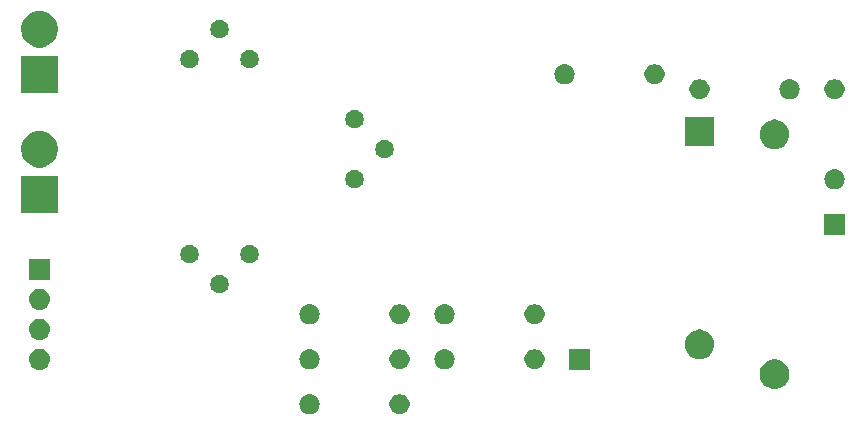
<source format=gbr>
G04 #@! TF.GenerationSoftware,KiCad,Pcbnew,(5.1.2)-2*
G04 #@! TF.CreationDate,2019-11-18T15:02:21-05:00*
G04 #@! TF.ProjectId,Lab_Sensing,4c61625f-5365-46e7-9369-6e672e6b6963,rev?*
G04 #@! TF.SameCoordinates,Original*
G04 #@! TF.FileFunction,Soldermask,Bot*
G04 #@! TF.FilePolarity,Negative*
%FSLAX46Y46*%
G04 Gerber Fmt 4.6, Leading zero omitted, Abs format (unit mm)*
G04 Created by KiCad (PCBNEW (5.1.2)-2) date 2019-11-18 15:02:21*
%MOMM*%
%LPD*%
G04 APERTURE LIST*
%ADD10C,0.100000*%
G04 APERTURE END LIST*
D10*
G36*
X119628228Y-143961703D02*
G01*
X119783100Y-144025853D01*
X119922481Y-144118985D01*
X120041015Y-144237519D01*
X120134147Y-144376900D01*
X120198297Y-144531772D01*
X120231000Y-144696184D01*
X120231000Y-144863816D01*
X120198297Y-145028228D01*
X120134147Y-145183100D01*
X120041015Y-145322481D01*
X119922481Y-145441015D01*
X119783100Y-145534147D01*
X119628228Y-145598297D01*
X119463816Y-145631000D01*
X119296184Y-145631000D01*
X119131772Y-145598297D01*
X118976900Y-145534147D01*
X118837519Y-145441015D01*
X118718985Y-145322481D01*
X118625853Y-145183100D01*
X118561703Y-145028228D01*
X118529000Y-144863816D01*
X118529000Y-144696184D01*
X118561703Y-144531772D01*
X118625853Y-144376900D01*
X118718985Y-144237519D01*
X118837519Y-144118985D01*
X118976900Y-144025853D01*
X119131772Y-143961703D01*
X119296184Y-143929000D01*
X119463816Y-143929000D01*
X119628228Y-143961703D01*
X119628228Y-143961703D01*
G37*
G36*
X111926823Y-143941313D02*
G01*
X112087242Y-143989976D01*
X112154361Y-144025852D01*
X112235078Y-144068996D01*
X112364659Y-144175341D01*
X112471004Y-144304922D01*
X112471005Y-144304924D01*
X112550024Y-144452758D01*
X112598687Y-144613177D01*
X112615117Y-144780000D01*
X112598687Y-144946823D01*
X112550024Y-145107242D01*
X112509477Y-145183100D01*
X112471004Y-145255078D01*
X112364659Y-145384659D01*
X112235078Y-145491004D01*
X112235076Y-145491005D01*
X112087242Y-145570024D01*
X111926823Y-145618687D01*
X111801804Y-145631000D01*
X111718196Y-145631000D01*
X111593177Y-145618687D01*
X111432758Y-145570024D01*
X111284924Y-145491005D01*
X111284922Y-145491004D01*
X111155341Y-145384659D01*
X111048996Y-145255078D01*
X111010523Y-145183100D01*
X110969976Y-145107242D01*
X110921313Y-144946823D01*
X110904883Y-144780000D01*
X110921313Y-144613177D01*
X110969976Y-144452758D01*
X111048995Y-144304924D01*
X111048996Y-144304922D01*
X111155341Y-144175341D01*
X111284922Y-144068996D01*
X111365639Y-144025852D01*
X111432758Y-143989976D01*
X111593177Y-143941313D01*
X111718196Y-143929000D01*
X111801804Y-143929000D01*
X111926823Y-143941313D01*
X111926823Y-143941313D01*
G37*
G36*
X151494903Y-141037075D02*
G01*
X151722571Y-141131378D01*
X151927466Y-141268285D01*
X152101715Y-141442534D01*
X152238622Y-141647429D01*
X152332925Y-141875097D01*
X152381000Y-142116787D01*
X152381000Y-142363213D01*
X152332925Y-142604903D01*
X152238622Y-142832571D01*
X152101715Y-143037466D01*
X151927466Y-143211715D01*
X151722571Y-143348622D01*
X151722570Y-143348623D01*
X151722569Y-143348623D01*
X151494903Y-143442925D01*
X151253214Y-143491000D01*
X151006786Y-143491000D01*
X150765097Y-143442925D01*
X150537431Y-143348623D01*
X150537430Y-143348623D01*
X150537429Y-143348622D01*
X150332534Y-143211715D01*
X150158285Y-143037466D01*
X150021378Y-142832571D01*
X149927075Y-142604903D01*
X149879000Y-142363213D01*
X149879000Y-142116787D01*
X149927075Y-141875097D01*
X150021378Y-141647429D01*
X150158285Y-141442534D01*
X150332534Y-141268285D01*
X150537429Y-141131378D01*
X150765097Y-141037075D01*
X151006786Y-140989000D01*
X151253214Y-140989000D01*
X151494903Y-141037075D01*
X151494903Y-141037075D01*
G37*
G36*
X89010443Y-140075519D02*
G01*
X89076627Y-140082037D01*
X89246466Y-140133557D01*
X89402991Y-140217222D01*
X89438729Y-140246552D01*
X89540186Y-140329814D01*
X89620369Y-140427519D01*
X89652778Y-140467009D01*
X89736443Y-140623534D01*
X89787963Y-140793373D01*
X89805359Y-140970000D01*
X89787963Y-141146627D01*
X89736443Y-141316466D01*
X89652778Y-141472991D01*
X89623448Y-141508729D01*
X89540186Y-141610186D01*
X89438729Y-141693448D01*
X89402991Y-141722778D01*
X89246466Y-141806443D01*
X89076627Y-141857963D01*
X89010443Y-141864481D01*
X88944260Y-141871000D01*
X88855740Y-141871000D01*
X88789557Y-141864481D01*
X88723373Y-141857963D01*
X88553534Y-141806443D01*
X88397009Y-141722778D01*
X88361271Y-141693448D01*
X88259814Y-141610186D01*
X88176552Y-141508729D01*
X88147222Y-141472991D01*
X88063557Y-141316466D01*
X88012037Y-141146627D01*
X87994641Y-140970000D01*
X88012037Y-140793373D01*
X88063557Y-140623534D01*
X88147222Y-140467009D01*
X88179631Y-140427519D01*
X88259814Y-140329814D01*
X88361271Y-140246552D01*
X88397009Y-140217222D01*
X88553534Y-140133557D01*
X88723373Y-140082037D01*
X88789557Y-140075519D01*
X88855740Y-140069000D01*
X88944260Y-140069000D01*
X89010443Y-140075519D01*
X89010443Y-140075519D01*
G37*
G36*
X135521000Y-141871000D02*
G01*
X133719000Y-141871000D01*
X133719000Y-140069000D01*
X135521000Y-140069000D01*
X135521000Y-141871000D01*
X135521000Y-141871000D01*
G37*
G36*
X123356823Y-140131313D02*
G01*
X123517242Y-140179976D01*
X123584361Y-140215852D01*
X123665078Y-140258996D01*
X123794659Y-140365341D01*
X123901004Y-140494922D01*
X123901005Y-140494924D01*
X123980024Y-140642758D01*
X124028687Y-140803177D01*
X124045117Y-140970000D01*
X124028687Y-141136823D01*
X123980024Y-141297242D01*
X123939477Y-141373100D01*
X123901004Y-141445078D01*
X123794659Y-141574659D01*
X123665078Y-141681004D01*
X123665076Y-141681005D01*
X123517242Y-141760024D01*
X123356823Y-141808687D01*
X123231804Y-141821000D01*
X123148196Y-141821000D01*
X123023177Y-141808687D01*
X122862758Y-141760024D01*
X122714924Y-141681005D01*
X122714922Y-141681004D01*
X122585341Y-141574659D01*
X122478996Y-141445078D01*
X122440523Y-141373100D01*
X122399976Y-141297242D01*
X122351313Y-141136823D01*
X122334883Y-140970000D01*
X122351313Y-140803177D01*
X122399976Y-140642758D01*
X122478995Y-140494924D01*
X122478996Y-140494922D01*
X122585341Y-140365341D01*
X122714922Y-140258996D01*
X122795639Y-140215852D01*
X122862758Y-140179976D01*
X123023177Y-140131313D01*
X123148196Y-140119000D01*
X123231804Y-140119000D01*
X123356823Y-140131313D01*
X123356823Y-140131313D01*
G37*
G36*
X131058228Y-140151703D02*
G01*
X131213100Y-140215853D01*
X131352481Y-140308985D01*
X131471015Y-140427519D01*
X131564147Y-140566900D01*
X131628297Y-140721772D01*
X131661000Y-140886184D01*
X131661000Y-141053816D01*
X131628297Y-141218228D01*
X131564147Y-141373100D01*
X131471015Y-141512481D01*
X131352481Y-141631015D01*
X131213100Y-141724147D01*
X131058228Y-141788297D01*
X130893816Y-141821000D01*
X130726184Y-141821000D01*
X130561772Y-141788297D01*
X130406900Y-141724147D01*
X130267519Y-141631015D01*
X130148985Y-141512481D01*
X130055853Y-141373100D01*
X129991703Y-141218228D01*
X129959000Y-141053816D01*
X129959000Y-140886184D01*
X129991703Y-140721772D01*
X130055853Y-140566900D01*
X130148985Y-140427519D01*
X130267519Y-140308985D01*
X130406900Y-140215853D01*
X130561772Y-140151703D01*
X130726184Y-140119000D01*
X130893816Y-140119000D01*
X131058228Y-140151703D01*
X131058228Y-140151703D01*
G37*
G36*
X119628228Y-140151703D02*
G01*
X119783100Y-140215853D01*
X119922481Y-140308985D01*
X120041015Y-140427519D01*
X120134147Y-140566900D01*
X120198297Y-140721772D01*
X120231000Y-140886184D01*
X120231000Y-141053816D01*
X120198297Y-141218228D01*
X120134147Y-141373100D01*
X120041015Y-141512481D01*
X119922481Y-141631015D01*
X119783100Y-141724147D01*
X119628228Y-141788297D01*
X119463816Y-141821000D01*
X119296184Y-141821000D01*
X119131772Y-141788297D01*
X118976900Y-141724147D01*
X118837519Y-141631015D01*
X118718985Y-141512481D01*
X118625853Y-141373100D01*
X118561703Y-141218228D01*
X118529000Y-141053816D01*
X118529000Y-140886184D01*
X118561703Y-140721772D01*
X118625853Y-140566900D01*
X118718985Y-140427519D01*
X118837519Y-140308985D01*
X118976900Y-140215853D01*
X119131772Y-140151703D01*
X119296184Y-140119000D01*
X119463816Y-140119000D01*
X119628228Y-140151703D01*
X119628228Y-140151703D01*
G37*
G36*
X111926823Y-140131313D02*
G01*
X112087242Y-140179976D01*
X112154361Y-140215852D01*
X112235078Y-140258996D01*
X112364659Y-140365341D01*
X112471004Y-140494922D01*
X112471005Y-140494924D01*
X112550024Y-140642758D01*
X112598687Y-140803177D01*
X112615117Y-140970000D01*
X112598687Y-141136823D01*
X112550024Y-141297242D01*
X112509477Y-141373100D01*
X112471004Y-141445078D01*
X112364659Y-141574659D01*
X112235078Y-141681004D01*
X112235076Y-141681005D01*
X112087242Y-141760024D01*
X111926823Y-141808687D01*
X111801804Y-141821000D01*
X111718196Y-141821000D01*
X111593177Y-141808687D01*
X111432758Y-141760024D01*
X111284924Y-141681005D01*
X111284922Y-141681004D01*
X111155341Y-141574659D01*
X111048996Y-141445078D01*
X111010523Y-141373100D01*
X110969976Y-141297242D01*
X110921313Y-141136823D01*
X110904883Y-140970000D01*
X110921313Y-140803177D01*
X110969976Y-140642758D01*
X111048995Y-140494924D01*
X111048996Y-140494922D01*
X111155341Y-140365341D01*
X111284922Y-140258996D01*
X111365639Y-140215852D01*
X111432758Y-140179976D01*
X111593177Y-140131313D01*
X111718196Y-140119000D01*
X111801804Y-140119000D01*
X111926823Y-140131313D01*
X111926823Y-140131313D01*
G37*
G36*
X145025239Y-138467101D02*
G01*
X145261053Y-138538634D01*
X145478381Y-138654799D01*
X145668871Y-138811129D01*
X145825201Y-139001619D01*
X145941366Y-139218947D01*
X146012899Y-139454761D01*
X146037053Y-139700000D01*
X146012899Y-139945239D01*
X145941366Y-140181053D01*
X145825201Y-140398381D01*
X145668871Y-140588871D01*
X145478381Y-140745201D01*
X145261053Y-140861366D01*
X145025239Y-140932899D01*
X144841457Y-140951000D01*
X144718543Y-140951000D01*
X144534761Y-140932899D01*
X144298947Y-140861366D01*
X144081619Y-140745201D01*
X143891129Y-140588871D01*
X143734799Y-140398381D01*
X143618634Y-140181053D01*
X143547101Y-139945239D01*
X143522947Y-139700000D01*
X143547101Y-139454761D01*
X143618634Y-139218947D01*
X143734799Y-139001619D01*
X143891129Y-138811129D01*
X144081619Y-138654799D01*
X144298947Y-138538634D01*
X144534761Y-138467101D01*
X144718543Y-138449000D01*
X144841457Y-138449000D01*
X145025239Y-138467101D01*
X145025239Y-138467101D01*
G37*
G36*
X89010443Y-137535519D02*
G01*
X89076627Y-137542037D01*
X89246466Y-137593557D01*
X89402991Y-137677222D01*
X89433768Y-137702480D01*
X89540186Y-137789814D01*
X89623448Y-137891271D01*
X89652778Y-137927009D01*
X89736443Y-138083534D01*
X89787963Y-138253373D01*
X89805359Y-138430000D01*
X89787963Y-138606627D01*
X89736443Y-138776466D01*
X89652778Y-138932991D01*
X89623448Y-138968729D01*
X89540186Y-139070186D01*
X89438729Y-139153448D01*
X89402991Y-139182778D01*
X89246466Y-139266443D01*
X89076627Y-139317963D01*
X89010443Y-139324481D01*
X88944260Y-139331000D01*
X88855740Y-139331000D01*
X88789557Y-139324481D01*
X88723373Y-139317963D01*
X88553534Y-139266443D01*
X88397009Y-139182778D01*
X88361271Y-139153448D01*
X88259814Y-139070186D01*
X88176552Y-138968729D01*
X88147222Y-138932991D01*
X88063557Y-138776466D01*
X88012037Y-138606627D01*
X87994641Y-138430000D01*
X88012037Y-138253373D01*
X88063557Y-138083534D01*
X88147222Y-137927009D01*
X88176552Y-137891271D01*
X88259814Y-137789814D01*
X88366232Y-137702480D01*
X88397009Y-137677222D01*
X88553534Y-137593557D01*
X88723373Y-137542037D01*
X88789557Y-137535519D01*
X88855740Y-137529000D01*
X88944260Y-137529000D01*
X89010443Y-137535519D01*
X89010443Y-137535519D01*
G37*
G36*
X131058228Y-136341703D02*
G01*
X131213100Y-136405853D01*
X131352481Y-136498985D01*
X131471015Y-136617519D01*
X131564147Y-136756900D01*
X131628297Y-136911772D01*
X131661000Y-137076184D01*
X131661000Y-137243816D01*
X131628297Y-137408228D01*
X131564147Y-137563100D01*
X131471015Y-137702481D01*
X131352481Y-137821015D01*
X131213100Y-137914147D01*
X131058228Y-137978297D01*
X130893816Y-138011000D01*
X130726184Y-138011000D01*
X130561772Y-137978297D01*
X130406900Y-137914147D01*
X130267519Y-137821015D01*
X130148985Y-137702481D01*
X130055853Y-137563100D01*
X129991703Y-137408228D01*
X129959000Y-137243816D01*
X129959000Y-137076184D01*
X129991703Y-136911772D01*
X130055853Y-136756900D01*
X130148985Y-136617519D01*
X130267519Y-136498985D01*
X130406900Y-136405853D01*
X130561772Y-136341703D01*
X130726184Y-136309000D01*
X130893816Y-136309000D01*
X131058228Y-136341703D01*
X131058228Y-136341703D01*
G37*
G36*
X123356823Y-136321313D02*
G01*
X123517242Y-136369976D01*
X123584361Y-136405852D01*
X123665078Y-136448996D01*
X123794659Y-136555341D01*
X123901004Y-136684922D01*
X123901005Y-136684924D01*
X123980024Y-136832758D01*
X124028687Y-136993177D01*
X124045117Y-137160000D01*
X124028687Y-137326823D01*
X123980024Y-137487242D01*
X123939477Y-137563100D01*
X123901004Y-137635078D01*
X123794659Y-137764659D01*
X123665078Y-137871004D01*
X123665076Y-137871005D01*
X123517242Y-137950024D01*
X123356823Y-137998687D01*
X123231804Y-138011000D01*
X123148196Y-138011000D01*
X123023177Y-137998687D01*
X122862758Y-137950024D01*
X122714924Y-137871005D01*
X122714922Y-137871004D01*
X122585341Y-137764659D01*
X122478996Y-137635078D01*
X122440523Y-137563100D01*
X122399976Y-137487242D01*
X122351313Y-137326823D01*
X122334883Y-137160000D01*
X122351313Y-136993177D01*
X122399976Y-136832758D01*
X122478995Y-136684924D01*
X122478996Y-136684922D01*
X122585341Y-136555341D01*
X122714922Y-136448996D01*
X122795639Y-136405852D01*
X122862758Y-136369976D01*
X123023177Y-136321313D01*
X123148196Y-136309000D01*
X123231804Y-136309000D01*
X123356823Y-136321313D01*
X123356823Y-136321313D01*
G37*
G36*
X119628228Y-136341703D02*
G01*
X119783100Y-136405853D01*
X119922481Y-136498985D01*
X120041015Y-136617519D01*
X120134147Y-136756900D01*
X120198297Y-136911772D01*
X120231000Y-137076184D01*
X120231000Y-137243816D01*
X120198297Y-137408228D01*
X120134147Y-137563100D01*
X120041015Y-137702481D01*
X119922481Y-137821015D01*
X119783100Y-137914147D01*
X119628228Y-137978297D01*
X119463816Y-138011000D01*
X119296184Y-138011000D01*
X119131772Y-137978297D01*
X118976900Y-137914147D01*
X118837519Y-137821015D01*
X118718985Y-137702481D01*
X118625853Y-137563100D01*
X118561703Y-137408228D01*
X118529000Y-137243816D01*
X118529000Y-137076184D01*
X118561703Y-136911772D01*
X118625853Y-136756900D01*
X118718985Y-136617519D01*
X118837519Y-136498985D01*
X118976900Y-136405853D01*
X119131772Y-136341703D01*
X119296184Y-136309000D01*
X119463816Y-136309000D01*
X119628228Y-136341703D01*
X119628228Y-136341703D01*
G37*
G36*
X111926823Y-136321313D02*
G01*
X112087242Y-136369976D01*
X112154361Y-136405852D01*
X112235078Y-136448996D01*
X112364659Y-136555341D01*
X112471004Y-136684922D01*
X112471005Y-136684924D01*
X112550024Y-136832758D01*
X112598687Y-136993177D01*
X112615117Y-137160000D01*
X112598687Y-137326823D01*
X112550024Y-137487242D01*
X112509477Y-137563100D01*
X112471004Y-137635078D01*
X112364659Y-137764659D01*
X112235078Y-137871004D01*
X112235076Y-137871005D01*
X112087242Y-137950024D01*
X111926823Y-137998687D01*
X111801804Y-138011000D01*
X111718196Y-138011000D01*
X111593177Y-137998687D01*
X111432758Y-137950024D01*
X111284924Y-137871005D01*
X111284922Y-137871004D01*
X111155341Y-137764659D01*
X111048996Y-137635078D01*
X111010523Y-137563100D01*
X110969976Y-137487242D01*
X110921313Y-137326823D01*
X110904883Y-137160000D01*
X110921313Y-136993177D01*
X110969976Y-136832758D01*
X111048995Y-136684924D01*
X111048996Y-136684922D01*
X111155341Y-136555341D01*
X111284922Y-136448996D01*
X111365639Y-136405852D01*
X111432758Y-136369976D01*
X111593177Y-136321313D01*
X111718196Y-136309000D01*
X111801804Y-136309000D01*
X111926823Y-136321313D01*
X111926823Y-136321313D01*
G37*
G36*
X89010442Y-134995518D02*
G01*
X89076627Y-135002037D01*
X89246466Y-135053557D01*
X89402991Y-135137222D01*
X89438729Y-135166552D01*
X89540186Y-135249814D01*
X89623448Y-135351271D01*
X89652778Y-135387009D01*
X89736443Y-135543534D01*
X89787963Y-135713373D01*
X89805359Y-135890000D01*
X89787963Y-136066627D01*
X89736443Y-136236466D01*
X89652778Y-136392991D01*
X89642223Y-136405852D01*
X89540186Y-136530186D01*
X89438729Y-136613448D01*
X89402991Y-136642778D01*
X89246466Y-136726443D01*
X89076627Y-136777963D01*
X89010442Y-136784482D01*
X88944260Y-136791000D01*
X88855740Y-136791000D01*
X88789558Y-136784482D01*
X88723373Y-136777963D01*
X88553534Y-136726443D01*
X88397009Y-136642778D01*
X88361271Y-136613448D01*
X88259814Y-136530186D01*
X88157777Y-136405852D01*
X88147222Y-136392991D01*
X88063557Y-136236466D01*
X88012037Y-136066627D01*
X87994641Y-135890000D01*
X88012037Y-135713373D01*
X88063557Y-135543534D01*
X88147222Y-135387009D01*
X88176552Y-135351271D01*
X88259814Y-135249814D01*
X88361271Y-135166552D01*
X88397009Y-135137222D01*
X88553534Y-135053557D01*
X88723373Y-135002037D01*
X88789558Y-134995518D01*
X88855740Y-134989000D01*
X88944260Y-134989000D01*
X89010442Y-134995518D01*
X89010442Y-134995518D01*
G37*
G36*
X104265589Y-133858876D02*
G01*
X104364893Y-133878629D01*
X104505206Y-133936748D01*
X104631484Y-134021125D01*
X104738875Y-134128516D01*
X104823252Y-134254794D01*
X104881371Y-134395107D01*
X104911000Y-134544063D01*
X104911000Y-134695937D01*
X104881371Y-134844893D01*
X104823252Y-134985206D01*
X104738875Y-135111484D01*
X104631484Y-135218875D01*
X104505206Y-135303252D01*
X104364893Y-135361371D01*
X104265589Y-135381124D01*
X104215938Y-135391000D01*
X104064062Y-135391000D01*
X104014411Y-135381124D01*
X103915107Y-135361371D01*
X103774794Y-135303252D01*
X103648516Y-135218875D01*
X103541125Y-135111484D01*
X103456748Y-134985206D01*
X103398629Y-134844893D01*
X103369000Y-134695937D01*
X103369000Y-134544063D01*
X103398629Y-134395107D01*
X103456748Y-134254794D01*
X103541125Y-134128516D01*
X103648516Y-134021125D01*
X103774794Y-133936748D01*
X103915107Y-133878629D01*
X104014411Y-133858876D01*
X104064062Y-133849000D01*
X104215938Y-133849000D01*
X104265589Y-133858876D01*
X104265589Y-133858876D01*
G37*
G36*
X89801000Y-134251000D02*
G01*
X87999000Y-134251000D01*
X87999000Y-132449000D01*
X89801000Y-132449000D01*
X89801000Y-134251000D01*
X89801000Y-134251000D01*
G37*
G36*
X106805589Y-131318876D02*
G01*
X106904893Y-131338629D01*
X107045206Y-131396748D01*
X107171484Y-131481125D01*
X107278875Y-131588516D01*
X107363252Y-131714794D01*
X107421371Y-131855107D01*
X107451000Y-132004063D01*
X107451000Y-132155937D01*
X107421371Y-132304893D01*
X107363252Y-132445206D01*
X107278875Y-132571484D01*
X107171484Y-132678875D01*
X107045206Y-132763252D01*
X106904893Y-132821371D01*
X106805589Y-132841124D01*
X106755938Y-132851000D01*
X106604062Y-132851000D01*
X106554411Y-132841124D01*
X106455107Y-132821371D01*
X106314794Y-132763252D01*
X106188516Y-132678875D01*
X106081125Y-132571484D01*
X105996748Y-132445206D01*
X105938629Y-132304893D01*
X105909000Y-132155937D01*
X105909000Y-132004063D01*
X105938629Y-131855107D01*
X105996748Y-131714794D01*
X106081125Y-131588516D01*
X106188516Y-131481125D01*
X106314794Y-131396748D01*
X106455107Y-131338629D01*
X106554411Y-131318876D01*
X106604062Y-131309000D01*
X106755938Y-131309000D01*
X106805589Y-131318876D01*
X106805589Y-131318876D01*
G37*
G36*
X101725589Y-131318876D02*
G01*
X101824893Y-131338629D01*
X101965206Y-131396748D01*
X102091484Y-131481125D01*
X102198875Y-131588516D01*
X102283252Y-131714794D01*
X102341371Y-131855107D01*
X102371000Y-132004063D01*
X102371000Y-132155937D01*
X102341371Y-132304893D01*
X102283252Y-132445206D01*
X102198875Y-132571484D01*
X102091484Y-132678875D01*
X101965206Y-132763252D01*
X101824893Y-132821371D01*
X101725589Y-132841124D01*
X101675938Y-132851000D01*
X101524062Y-132851000D01*
X101474411Y-132841124D01*
X101375107Y-132821371D01*
X101234794Y-132763252D01*
X101108516Y-132678875D01*
X101001125Y-132571484D01*
X100916748Y-132445206D01*
X100858629Y-132304893D01*
X100829000Y-132155937D01*
X100829000Y-132004063D01*
X100858629Y-131855107D01*
X100916748Y-131714794D01*
X101001125Y-131588516D01*
X101108516Y-131481125D01*
X101234794Y-131396748D01*
X101375107Y-131338629D01*
X101474411Y-131318876D01*
X101524062Y-131309000D01*
X101675938Y-131309000D01*
X101725589Y-131318876D01*
X101725589Y-131318876D01*
G37*
G36*
X157111000Y-130441000D02*
G01*
X155309000Y-130441000D01*
X155309000Y-128639000D01*
X157111000Y-128639000D01*
X157111000Y-130441000D01*
X157111000Y-130441000D01*
G37*
G36*
X90450870Y-128550870D02*
G01*
X87349130Y-128550870D01*
X87349130Y-125449130D01*
X90450870Y-125449130D01*
X90450870Y-128550870D01*
X90450870Y-128550870D01*
G37*
G36*
X156376823Y-124891313D02*
G01*
X156537242Y-124939976D01*
X156572833Y-124959000D01*
X156685078Y-125018996D01*
X156814659Y-125125341D01*
X156921004Y-125254922D01*
X156921005Y-125254924D01*
X157000024Y-125402758D01*
X157048687Y-125563177D01*
X157065117Y-125730000D01*
X157048687Y-125896823D01*
X157000024Y-126057242D01*
X156929114Y-126189906D01*
X156921004Y-126205078D01*
X156814659Y-126334659D01*
X156685078Y-126441004D01*
X156685076Y-126441005D01*
X156537242Y-126520024D01*
X156376823Y-126568687D01*
X156251804Y-126581000D01*
X156168196Y-126581000D01*
X156043177Y-126568687D01*
X155882758Y-126520024D01*
X155734924Y-126441005D01*
X155734922Y-126441004D01*
X155605341Y-126334659D01*
X155498996Y-126205078D01*
X155490886Y-126189906D01*
X155419976Y-126057242D01*
X155371313Y-125896823D01*
X155354883Y-125730000D01*
X155371313Y-125563177D01*
X155419976Y-125402758D01*
X155498995Y-125254924D01*
X155498996Y-125254922D01*
X155605341Y-125125341D01*
X155734922Y-125018996D01*
X155847167Y-124959000D01*
X155882758Y-124939976D01*
X156043177Y-124891313D01*
X156168196Y-124879000D01*
X156251804Y-124879000D01*
X156376823Y-124891313D01*
X156376823Y-124891313D01*
G37*
G36*
X115695589Y-124968876D02*
G01*
X115794893Y-124988629D01*
X115935206Y-125046748D01*
X116061484Y-125131125D01*
X116168875Y-125238516D01*
X116253252Y-125364794D01*
X116311371Y-125505107D01*
X116341000Y-125654063D01*
X116341000Y-125805937D01*
X116311371Y-125954893D01*
X116253252Y-126095206D01*
X116168875Y-126221484D01*
X116061484Y-126328875D01*
X115935206Y-126413252D01*
X115794893Y-126471371D01*
X115695589Y-126491124D01*
X115645938Y-126501000D01*
X115494062Y-126501000D01*
X115444411Y-126491124D01*
X115345107Y-126471371D01*
X115204794Y-126413252D01*
X115078516Y-126328875D01*
X114971125Y-126221484D01*
X114886748Y-126095206D01*
X114828629Y-125954893D01*
X114799000Y-125805937D01*
X114799000Y-125654063D01*
X114828629Y-125505107D01*
X114886748Y-125364794D01*
X114971125Y-125238516D01*
X115078516Y-125131125D01*
X115204794Y-125046748D01*
X115345107Y-124988629D01*
X115444411Y-124968876D01*
X115494062Y-124959000D01*
X115645938Y-124959000D01*
X115695589Y-124968876D01*
X115695589Y-124968876D01*
G37*
G36*
X89231887Y-121674763D02*
G01*
X89352372Y-121698729D01*
X89469279Y-121747154D01*
X89634611Y-121815636D01*
X89888621Y-121985360D01*
X90104640Y-122201379D01*
X90274364Y-122455389D01*
X90295637Y-122506748D01*
X90375071Y-122698517D01*
X90391271Y-122737629D01*
X90450870Y-123037251D01*
X90450870Y-123342749D01*
X90411137Y-123542497D01*
X90391271Y-123642372D01*
X90375070Y-123681484D01*
X90274364Y-123924611D01*
X90104640Y-124178621D01*
X89888621Y-124394640D01*
X89634611Y-124564364D01*
X89469279Y-124632846D01*
X89352372Y-124681271D01*
X89252497Y-124701137D01*
X89052749Y-124740870D01*
X88747251Y-124740870D01*
X88547503Y-124701137D01*
X88447628Y-124681271D01*
X88330721Y-124632846D01*
X88165389Y-124564364D01*
X87911379Y-124394640D01*
X87695360Y-124178621D01*
X87525636Y-123924611D01*
X87424930Y-123681484D01*
X87408729Y-123642372D01*
X87388863Y-123542497D01*
X87349130Y-123342749D01*
X87349130Y-123037251D01*
X87408729Y-122737629D01*
X87424930Y-122698517D01*
X87504363Y-122506748D01*
X87525636Y-122455389D01*
X87695360Y-122201379D01*
X87911379Y-121985360D01*
X88165389Y-121815636D01*
X88330721Y-121747154D01*
X88447628Y-121698729D01*
X88568113Y-121674763D01*
X88747251Y-121639130D01*
X89052749Y-121639130D01*
X89231887Y-121674763D01*
X89231887Y-121674763D01*
G37*
G36*
X118235589Y-122428876D02*
G01*
X118334893Y-122448629D01*
X118475206Y-122506748D01*
X118601484Y-122591125D01*
X118708875Y-122698516D01*
X118793252Y-122824794D01*
X118851371Y-122965107D01*
X118881000Y-123114063D01*
X118881000Y-123265937D01*
X118851371Y-123414893D01*
X118793252Y-123555206D01*
X118708875Y-123681484D01*
X118601484Y-123788875D01*
X118475206Y-123873252D01*
X118334893Y-123931371D01*
X118235589Y-123951124D01*
X118185938Y-123961000D01*
X118034062Y-123961000D01*
X117984411Y-123951124D01*
X117885107Y-123931371D01*
X117744794Y-123873252D01*
X117618516Y-123788875D01*
X117511125Y-123681484D01*
X117426748Y-123555206D01*
X117368629Y-123414893D01*
X117339000Y-123265937D01*
X117339000Y-123114063D01*
X117368629Y-122965107D01*
X117426748Y-122824794D01*
X117511125Y-122698516D01*
X117618516Y-122591125D01*
X117744794Y-122506748D01*
X117885107Y-122448629D01*
X117984411Y-122428876D01*
X118034062Y-122419000D01*
X118185938Y-122419000D01*
X118235589Y-122428876D01*
X118235589Y-122428876D01*
G37*
G36*
X151375239Y-120687101D02*
G01*
X151611053Y-120758634D01*
X151828381Y-120874799D01*
X152018871Y-121031129D01*
X152175201Y-121221619D01*
X152291366Y-121438947D01*
X152362899Y-121674761D01*
X152387053Y-121920000D01*
X152362899Y-122165239D01*
X152291366Y-122401053D01*
X152175201Y-122618381D01*
X152018871Y-122808871D01*
X151828381Y-122965201D01*
X151611053Y-123081366D01*
X151375239Y-123152899D01*
X151191457Y-123171000D01*
X151068543Y-123171000D01*
X150884761Y-123152899D01*
X150648947Y-123081366D01*
X150431619Y-122965201D01*
X150241129Y-122808871D01*
X150084799Y-122618381D01*
X149968634Y-122401053D01*
X149897101Y-122165239D01*
X149872947Y-121920000D01*
X149897101Y-121674761D01*
X149968634Y-121438947D01*
X150084799Y-121221619D01*
X150241129Y-121031129D01*
X150431619Y-120874799D01*
X150648947Y-120758634D01*
X150884761Y-120687101D01*
X151068543Y-120669000D01*
X151191457Y-120669000D01*
X151375239Y-120687101D01*
X151375239Y-120687101D01*
G37*
G36*
X146031000Y-122951000D02*
G01*
X143529000Y-122951000D01*
X143529000Y-120449000D01*
X146031000Y-120449000D01*
X146031000Y-122951000D01*
X146031000Y-122951000D01*
G37*
G36*
X115695589Y-119888876D02*
G01*
X115794893Y-119908629D01*
X115935206Y-119966748D01*
X116061484Y-120051125D01*
X116168875Y-120158516D01*
X116253252Y-120284794D01*
X116311371Y-120425107D01*
X116341000Y-120574063D01*
X116341000Y-120725937D01*
X116311371Y-120874893D01*
X116253252Y-121015206D01*
X116168875Y-121141484D01*
X116061484Y-121248875D01*
X115935206Y-121333252D01*
X115794893Y-121391371D01*
X115695589Y-121411124D01*
X115645938Y-121421000D01*
X115494062Y-121421000D01*
X115444411Y-121411124D01*
X115345107Y-121391371D01*
X115204794Y-121333252D01*
X115078516Y-121248875D01*
X114971125Y-121141484D01*
X114886748Y-121015206D01*
X114828629Y-120874893D01*
X114799000Y-120725937D01*
X114799000Y-120574063D01*
X114828629Y-120425107D01*
X114886748Y-120284794D01*
X114971125Y-120158516D01*
X115078516Y-120051125D01*
X115204794Y-119966748D01*
X115345107Y-119908629D01*
X115444411Y-119888876D01*
X115494062Y-119879000D01*
X115645938Y-119879000D01*
X115695589Y-119888876D01*
X115695589Y-119888876D01*
G37*
G36*
X156458228Y-117291703D02*
G01*
X156613100Y-117355853D01*
X156752481Y-117448985D01*
X156871015Y-117567519D01*
X156964147Y-117706900D01*
X157028297Y-117861772D01*
X157061000Y-118026184D01*
X157061000Y-118193816D01*
X157028297Y-118358228D01*
X156964147Y-118513100D01*
X156871015Y-118652481D01*
X156752481Y-118771015D01*
X156613100Y-118864147D01*
X156458228Y-118928297D01*
X156293816Y-118961000D01*
X156126184Y-118961000D01*
X155961772Y-118928297D01*
X155806900Y-118864147D01*
X155667519Y-118771015D01*
X155548985Y-118652481D01*
X155455853Y-118513100D01*
X155391703Y-118358228D01*
X155359000Y-118193816D01*
X155359000Y-118026184D01*
X155391703Y-117861772D01*
X155455853Y-117706900D01*
X155548985Y-117567519D01*
X155667519Y-117448985D01*
X155806900Y-117355853D01*
X155961772Y-117291703D01*
X156126184Y-117259000D01*
X156293816Y-117259000D01*
X156458228Y-117291703D01*
X156458228Y-117291703D01*
G37*
G36*
X145028228Y-117291703D02*
G01*
X145183100Y-117355853D01*
X145322481Y-117448985D01*
X145441015Y-117567519D01*
X145534147Y-117706900D01*
X145598297Y-117861772D01*
X145631000Y-118026184D01*
X145631000Y-118193816D01*
X145598297Y-118358228D01*
X145534147Y-118513100D01*
X145441015Y-118652481D01*
X145322481Y-118771015D01*
X145183100Y-118864147D01*
X145028228Y-118928297D01*
X144863816Y-118961000D01*
X144696184Y-118961000D01*
X144531772Y-118928297D01*
X144376900Y-118864147D01*
X144237519Y-118771015D01*
X144118985Y-118652481D01*
X144025853Y-118513100D01*
X143961703Y-118358228D01*
X143929000Y-118193816D01*
X143929000Y-118026184D01*
X143961703Y-117861772D01*
X144025853Y-117706900D01*
X144118985Y-117567519D01*
X144237519Y-117448985D01*
X144376900Y-117355853D01*
X144531772Y-117291703D01*
X144696184Y-117259000D01*
X144863816Y-117259000D01*
X145028228Y-117291703D01*
X145028228Y-117291703D01*
G37*
G36*
X152566823Y-117271313D02*
G01*
X152727242Y-117319976D01*
X152859906Y-117390886D01*
X152875078Y-117398996D01*
X153004659Y-117505341D01*
X153111004Y-117634922D01*
X153111005Y-117634924D01*
X153190024Y-117782758D01*
X153238687Y-117943177D01*
X153255117Y-118110000D01*
X153238687Y-118276823D01*
X153190024Y-118437242D01*
X153149477Y-118513100D01*
X153111004Y-118585078D01*
X153004659Y-118714659D01*
X152875078Y-118821004D01*
X152875076Y-118821005D01*
X152727242Y-118900024D01*
X152566823Y-118948687D01*
X152441804Y-118961000D01*
X152358196Y-118961000D01*
X152233177Y-118948687D01*
X152072758Y-118900024D01*
X151924924Y-118821005D01*
X151924922Y-118821004D01*
X151795341Y-118714659D01*
X151688996Y-118585078D01*
X151650523Y-118513100D01*
X151609976Y-118437242D01*
X151561313Y-118276823D01*
X151544883Y-118110000D01*
X151561313Y-117943177D01*
X151609976Y-117782758D01*
X151688995Y-117634924D01*
X151688996Y-117634922D01*
X151795341Y-117505341D01*
X151924922Y-117398996D01*
X151940094Y-117390886D01*
X152072758Y-117319976D01*
X152233177Y-117271313D01*
X152358196Y-117259000D01*
X152441804Y-117259000D01*
X152566823Y-117271313D01*
X152566823Y-117271313D01*
G37*
G36*
X90450870Y-118390870D02*
G01*
X87349130Y-118390870D01*
X87349130Y-115289130D01*
X90450870Y-115289130D01*
X90450870Y-118390870D01*
X90450870Y-118390870D01*
G37*
G36*
X141218228Y-116021703D02*
G01*
X141373100Y-116085853D01*
X141512481Y-116178985D01*
X141631015Y-116297519D01*
X141724147Y-116436900D01*
X141788297Y-116591772D01*
X141821000Y-116756184D01*
X141821000Y-116923816D01*
X141788297Y-117088228D01*
X141724147Y-117243100D01*
X141631015Y-117382481D01*
X141512481Y-117501015D01*
X141373100Y-117594147D01*
X141218228Y-117658297D01*
X141053816Y-117691000D01*
X140886184Y-117691000D01*
X140721772Y-117658297D01*
X140566900Y-117594147D01*
X140427519Y-117501015D01*
X140308985Y-117382481D01*
X140215853Y-117243100D01*
X140151703Y-117088228D01*
X140119000Y-116923816D01*
X140119000Y-116756184D01*
X140151703Y-116591772D01*
X140215853Y-116436900D01*
X140308985Y-116297519D01*
X140427519Y-116178985D01*
X140566900Y-116085853D01*
X140721772Y-116021703D01*
X140886184Y-115989000D01*
X141053816Y-115989000D01*
X141218228Y-116021703D01*
X141218228Y-116021703D01*
G37*
G36*
X133516823Y-116001313D02*
G01*
X133677242Y-116049976D01*
X133744361Y-116085852D01*
X133825078Y-116128996D01*
X133954659Y-116235341D01*
X134061004Y-116364922D01*
X134061005Y-116364924D01*
X134140024Y-116512758D01*
X134188687Y-116673177D01*
X134205117Y-116840000D01*
X134188687Y-117006823D01*
X134140024Y-117167242D01*
X134099477Y-117243100D01*
X134061004Y-117315078D01*
X133954659Y-117444659D01*
X133825078Y-117551004D01*
X133825076Y-117551005D01*
X133677242Y-117630024D01*
X133516823Y-117678687D01*
X133391804Y-117691000D01*
X133308196Y-117691000D01*
X133183177Y-117678687D01*
X133022758Y-117630024D01*
X132874924Y-117551005D01*
X132874922Y-117551004D01*
X132745341Y-117444659D01*
X132638996Y-117315078D01*
X132600523Y-117243100D01*
X132559976Y-117167242D01*
X132511313Y-117006823D01*
X132494883Y-116840000D01*
X132511313Y-116673177D01*
X132559976Y-116512758D01*
X132638995Y-116364924D01*
X132638996Y-116364922D01*
X132745341Y-116235341D01*
X132874922Y-116128996D01*
X132955639Y-116085852D01*
X133022758Y-116049976D01*
X133183177Y-116001313D01*
X133308196Y-115989000D01*
X133391804Y-115989000D01*
X133516823Y-116001313D01*
X133516823Y-116001313D01*
G37*
G36*
X101725589Y-114808876D02*
G01*
X101824893Y-114828629D01*
X101965206Y-114886748D01*
X102091484Y-114971125D01*
X102198875Y-115078516D01*
X102283252Y-115204794D01*
X102341371Y-115345107D01*
X102371000Y-115494063D01*
X102371000Y-115645937D01*
X102341371Y-115794893D01*
X102283252Y-115935206D01*
X102198875Y-116061484D01*
X102091484Y-116168875D01*
X101965206Y-116253252D01*
X101824893Y-116311371D01*
X101725589Y-116331124D01*
X101675938Y-116341000D01*
X101524062Y-116341000D01*
X101474411Y-116331124D01*
X101375107Y-116311371D01*
X101234794Y-116253252D01*
X101108516Y-116168875D01*
X101001125Y-116061484D01*
X100916748Y-115935206D01*
X100858629Y-115794893D01*
X100829000Y-115645937D01*
X100829000Y-115494063D01*
X100858629Y-115345107D01*
X100916748Y-115204794D01*
X101001125Y-115078516D01*
X101108516Y-114971125D01*
X101234794Y-114886748D01*
X101375107Y-114828629D01*
X101474411Y-114808876D01*
X101524062Y-114799000D01*
X101675938Y-114799000D01*
X101725589Y-114808876D01*
X101725589Y-114808876D01*
G37*
G36*
X106805589Y-114808876D02*
G01*
X106904893Y-114828629D01*
X107045206Y-114886748D01*
X107171484Y-114971125D01*
X107278875Y-115078516D01*
X107363252Y-115204794D01*
X107421371Y-115345107D01*
X107451000Y-115494063D01*
X107451000Y-115645937D01*
X107421371Y-115794893D01*
X107363252Y-115935206D01*
X107278875Y-116061484D01*
X107171484Y-116168875D01*
X107045206Y-116253252D01*
X106904893Y-116311371D01*
X106805589Y-116331124D01*
X106755938Y-116341000D01*
X106604062Y-116341000D01*
X106554411Y-116331124D01*
X106455107Y-116311371D01*
X106314794Y-116253252D01*
X106188516Y-116168875D01*
X106081125Y-116061484D01*
X105996748Y-115935206D01*
X105938629Y-115794893D01*
X105909000Y-115645937D01*
X105909000Y-115494063D01*
X105938629Y-115345107D01*
X105996748Y-115204794D01*
X106081125Y-115078516D01*
X106188516Y-114971125D01*
X106314794Y-114886748D01*
X106455107Y-114828629D01*
X106554411Y-114808876D01*
X106604062Y-114799000D01*
X106755938Y-114799000D01*
X106805589Y-114808876D01*
X106805589Y-114808876D01*
G37*
G36*
X89252497Y-111518863D02*
G01*
X89352372Y-111538729D01*
X89469279Y-111587154D01*
X89634611Y-111655636D01*
X89888621Y-111825360D01*
X90104640Y-112041379D01*
X90274364Y-112295389D01*
X90295637Y-112346748D01*
X90375071Y-112538517D01*
X90391271Y-112577629D01*
X90450870Y-112877251D01*
X90450870Y-113182749D01*
X90411137Y-113382497D01*
X90391271Y-113482372D01*
X90375070Y-113521484D01*
X90274364Y-113764611D01*
X90104640Y-114018621D01*
X89888621Y-114234640D01*
X89634611Y-114404364D01*
X89469279Y-114472846D01*
X89352372Y-114521271D01*
X89252497Y-114541137D01*
X89052749Y-114580870D01*
X88747251Y-114580870D01*
X88547503Y-114541137D01*
X88447628Y-114521271D01*
X88330721Y-114472846D01*
X88165389Y-114404364D01*
X87911379Y-114234640D01*
X87695360Y-114018621D01*
X87525636Y-113764611D01*
X87424930Y-113521484D01*
X87408729Y-113482372D01*
X87388863Y-113382497D01*
X87349130Y-113182749D01*
X87349130Y-112877251D01*
X87408729Y-112577629D01*
X87424930Y-112538517D01*
X87504363Y-112346748D01*
X87525636Y-112295389D01*
X87695360Y-112041379D01*
X87911379Y-111825360D01*
X88165389Y-111655636D01*
X88330721Y-111587154D01*
X88447628Y-111538729D01*
X88547503Y-111518863D01*
X88747251Y-111479130D01*
X89052749Y-111479130D01*
X89252497Y-111518863D01*
X89252497Y-111518863D01*
G37*
G36*
X104265589Y-112268876D02*
G01*
X104364893Y-112288629D01*
X104505206Y-112346748D01*
X104631484Y-112431125D01*
X104738875Y-112538516D01*
X104823252Y-112664794D01*
X104881371Y-112805107D01*
X104911000Y-112954063D01*
X104911000Y-113105937D01*
X104881371Y-113254893D01*
X104823252Y-113395206D01*
X104738875Y-113521484D01*
X104631484Y-113628875D01*
X104505206Y-113713252D01*
X104364893Y-113771371D01*
X104265589Y-113791124D01*
X104215938Y-113801000D01*
X104064062Y-113801000D01*
X104014411Y-113791124D01*
X103915107Y-113771371D01*
X103774794Y-113713252D01*
X103648516Y-113628875D01*
X103541125Y-113521484D01*
X103456748Y-113395206D01*
X103398629Y-113254893D01*
X103369000Y-113105937D01*
X103369000Y-112954063D01*
X103398629Y-112805107D01*
X103456748Y-112664794D01*
X103541125Y-112538516D01*
X103648516Y-112431125D01*
X103774794Y-112346748D01*
X103915107Y-112288629D01*
X104014411Y-112268876D01*
X104064062Y-112259000D01*
X104215938Y-112259000D01*
X104265589Y-112268876D01*
X104265589Y-112268876D01*
G37*
M02*

</source>
